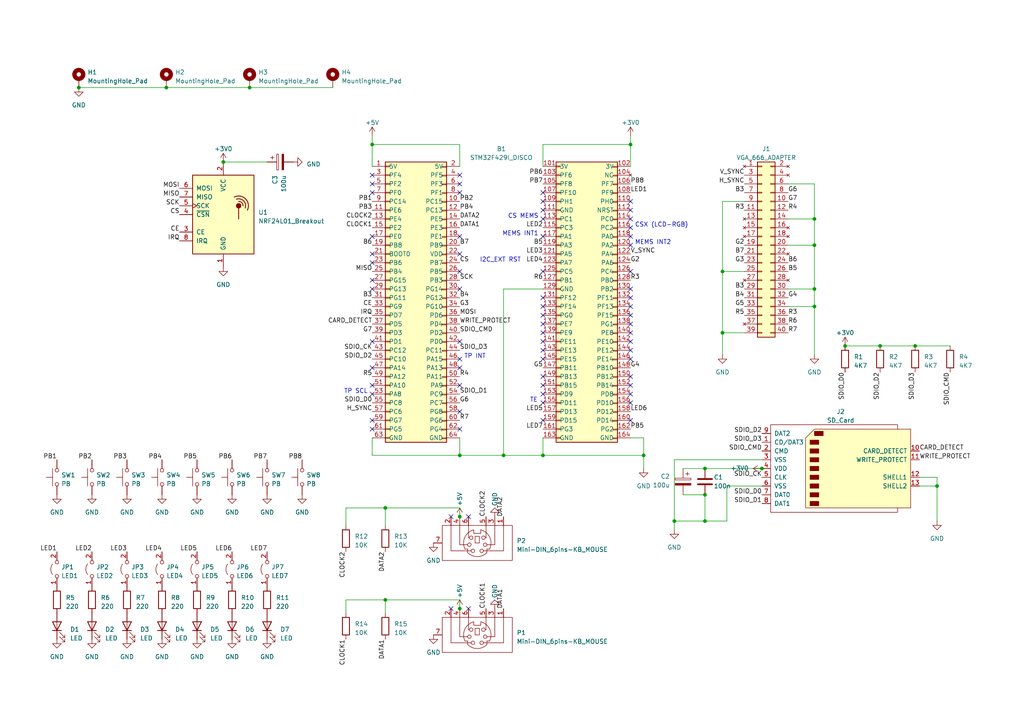
<source format=kicad_sch>
(kicad_sch (version 20230121) (generator eeschema)
  (paper "A4")
  (title_block (title "Base board for STM32F429I_DISCO Oberon station") (rev "0.2") (company "Christian Schoffit"))
  (lib_symbols
    (symbol "Connector:SD_Card" (pin_names (offset 1.016))
      (property "Reference" "J" (at -16.51 13.97 0))
      (property "Value" "SD_Card" (at 15.24 -13.97 0))
      (symbol "SD_Card_1_1"
        (pin input line (at -22.86 7.62 0) (length 2.54) (name "CD/DAT3") (number "1"))
        (pin input line (at 22.86 5.08 180) (length 2.54) (name "CARD_DETECT") (number "10"))
        (pin input line (at 22.86 2.54 180) (length 2.54) (name "WRITE_PROTECT") (number "11"))
        (pin input line (at 22.86 -2.54 180) (length 2.54) (name "SHELL1") (number "12"))
        (pin input line (at 22.86 -5.08 180) (length 2.54) (name "SHELL2") (number "13"))
        (pin input line (at -22.86 5.08 0) (length 2.54) (name "CMD") (number "2"))
        (pin power_in line (at -22.86 2.54 0) (length 2.54) (name "VSS") (number "3"))
        (pin power_in line (at -22.86 0 0) (length 2.54) (name "VDD") (number "4"))
        (pin input line (at -22.86 -2.54 0) (length 2.54) (name "CLK") (number "5"))
        (pin power_in line (at -22.86 -5.08 0) (length 2.54) (name "VSS") (number "6"))
        (pin input line (at -22.86 -7.62 0) (length 2.54) (name "DAT0") (number "7"))
        (pin input line (at -22.86 -10.16 0) (length 2.54) (name "DAT1") (number "8"))
        (pin input line (at -22.86 10.16 0) (length 2.54) (name "DAT2") (number "9"))
      )
    )
    (symbol "Device:C" (pin_numbers hide) (pin_names (offset 0.254))
      (property "Reference" "C" (at 0.635 2.54 0))
      (property "Value" "C" (at 0.635 -2.54 0))
      (symbol "C_1_1"
        (pin passive line (at 0 3.81 270) (length 2.794) (name "~") (number "1"))
        (pin passive line (at 0 -3.81 90) (length 2.794) (name "~") (number "2"))
      )
    )
    (symbol "Device:C_Polarized" (pin_numbers hide) (pin_names (offset 0.254))
      (property "Reference" "C" (at 0.635 2.54 0))
      (property "Value" "C_Polarized" (at 0.635 -2.54 0))
      (symbol "C_Polarized_1_1"
        (pin passive line (at 0 3.81 270) (length 2.794) (name "~") (number "1"))
        (pin passive line (at 0 -3.81 90) (length 2.794) (name "~") (number "2"))
      )
    )
    (symbol "Device:LED" (pin_numbers hide) (pin_names (offset 1.016) hide)
      (property "Reference" "D" (at 0 2.54 0))
      (property "Value" "LED" (at 0 -2.54 0))
      (symbol "LED_1_1"
        (pin passive line (at -3.81 0 0) (length 2.54) (name "K") (number "1"))
        (pin passive line (at 3.81 0 180) (length 2.54) (name "A") (number "2"))
      )
    )
    (symbol "Device:R" (pin_numbers hide) (pin_names (offset 0))
      (property "Reference" "R" (at 2.032 0 90))
      (property "Value" "R" (at 0 0 90))
      (symbol "R_1_1"
        (pin passive line (at 0 3.81 270) (length 1.27) (name "~") (number "1"))
        (pin passive line (at 0 -3.81 90) (length 1.27) (name "~") (number "2"))
      )
    )
    (symbol "Discovery_Board:STM32F429I_DISCO" (pin_names (offset 1.016))
      (property "Reference" "B" (at -1.27 43.18 0))
      (property "Value" "STM32F429I_DISCO" (at -1.27 40.64 0))
      (symbol "STM32F429I_DISCO_1_1"
        (pin power_out line (at -36.83 38.1 0) (length 3.81) (name "5V") (number "1"))
        (pin bidirectional line (at -11.43 27.94 180) (length 3.81) (name "PC15") (number "10"))
        (pin power_out line (at 12.7 38.1 0) (length 3.81) (name "3V") (number "101"))
        (pin power_in line (at 38.1 38.1 180) (length 3.81) (name "3V") (number "102"))
        (pin bidirectional line (at 12.7 35.56 0) (length 3.81) (name "PF6") (number "103"))
        (pin no_connect line (at 38.1 35.56 180) (length 3.81) (name "NC") (number "104"))
        (pin bidirectional line (at 12.7 33.02 0) (length 3.81) (name "PF8") (number "105"))
        (pin bidirectional line (at 38.1 33.02 180) (length 3.81) (name "PF7") (number "106"))
        (pin bidirectional line (at 12.7 30.48 0) (length 3.81) (name "PF10") (number "107"))
        (pin bidirectional line (at 38.1 30.48 180) (length 3.81) (name "PF9") (number "108"))
        (pin output line (at 12.7 27.94 0) (length 3.81) (name "PH1") (number "109"))
        (pin bidirectional line (at -36.83 25.4 0) (length 3.81) (name "PE6") (number "11"))
        (pin input line (at 38.1 27.94 180) (length 3.81) (name "PH0") (number "110"))
        (pin power_out line (at 12.7 25.4 0) (length 3.81) (name "GND") (number "111"))
        (pin input line (at 38.1 25.4 180) (length 3.81) (name "NRST") (number "112"))
        (pin bidirectional line (at 12.7 22.86 0) (length 3.81) (name "PC1") (number "113"))
        (pin bidirectional line (at 38.1 22.86 180) (length 3.81) (name "PC0") (number "114"))
        (pin bidirectional line (at 12.7 20.32 0) (length 3.81) (name "PC3") (number "115"))
        (pin bidirectional line (at 38.1 20.32 180) (length 3.81) (name "PC2") (number "116"))
        (pin bidirectional line (at 12.7 17.78 0) (length 3.81) (name "PA1") (number "117"))
        (pin bidirectional line (at 38.1 17.78 180) (length 3.81) (name "PA0") (number "118"))
        (pin bidirectional line (at 12.7 15.24 0) (length 3.81) (name "PA3") (number "119"))
        (pin bidirectional line (at -11.43 25.4 180) (length 3.81) (name "PC13") (number "12"))
        (pin bidirectional line (at 38.1 15.24 180) (length 3.81) (name "PA2") (number "120"))
        (pin bidirectional line (at 12.7 12.7 0) (length 3.81) (name "PA5") (number "121"))
        (pin bidirectional line (at 38.1 12.7 180) (length 3.81) (name "PA4") (number "122"))
        (pin bidirectional line (at 12.7 10.16 0) (length 3.81) (name "PA7") (number "123"))
        (pin bidirectional line (at 38.1 10.16 180) (length 3.81) (name "PA6") (number "124"))
        (pin bidirectional line (at 12.7 7.62 0) (length 3.81) (name "PC5") (number "125"))
        (pin bidirectional line (at 38.1 7.62 180) (length 3.81) (name "PC4") (number "126"))
        (pin bidirectional line (at 12.7 5.08 0) (length 3.81) (name "PB1") (number "127"))
        (pin bidirectional line (at 38.1 5.08 180) (length 3.81) (name "PB0") (number "128"))
        (pin power_in line (at 12.7 2.54 0) (length 3.81) (name "GND") (number "129"))
        (pin bidirectional line (at -36.83 22.86 0) (length 3.81) (name "PE4") (number "13"))
        (pin bidirectional line (at 38.1 2.54 180) (length 3.81) (name "PB2") (number "130"))
        (pin bidirectional line (at 12.7 0 0) (length 3.81) (name "PF12") (number "131"))
        (pin bidirectional line (at 38.1 0 180) (length 3.81) (name "PF11") (number "132"))
        (pin bidirectional line (at 12.7 -2.54 0) (length 3.81) (name "PF14") (number "133"))
        (pin bidirectional line (at 38.1 -2.54 180) (length 3.81) (name "PF13") (number "134"))
        (pin bidirectional line (at 12.7 -5.08 0) (length 3.81) (name "PG0") (number "135"))
        (pin bidirectional line (at 38.1 -5.08 180) (length 3.81) (name "PF15") (number "136"))
        (pin bidirectional line (at 12.7 -7.62 0) (length 3.81) (name "PE7") (number "137"))
        (pin bidirectional line (at 38.1 -7.62 180) (length 3.81) (name "PG1") (number "138"))
        (pin bidirectional line (at 12.7 -10.16 0) (length 3.81) (name "PE9") (number "139"))
        (pin bidirectional line (at -11.43 22.86 180) (length 3.81) (name "PE5") (number "14"))
        (pin bidirectional line (at 38.1 -10.16 180) (length 3.81) (name "PE8") (number "140"))
        (pin bidirectional line (at 12.7 -12.7 0) (length 3.81) (name "PE11") (number "141"))
        (pin bidirectional line (at 38.1 -12.7 180) (length 3.81) (name "PE10") (number "142"))
        (pin bidirectional line (at 12.7 -15.24 0) (length 3.81) (name "PE13") (number "143"))
        (pin bidirectional line (at 38.1 -15.24 180) (length 3.81) (name "PE12") (number "144"))
        (pin bidirectional line (at 12.7 -17.78 0) (length 3.81) (name "PE15") (number "145"))
        (pin bidirectional line (at 38.1 -17.78 180) (length 3.81) (name "PE14") (number "146"))
        (pin bidirectional line (at 12.7 -20.32 0) (length 3.81) (name "PB11") (number "147"))
        (pin bidirectional line (at 38.1 -20.32 180) (length 3.81) (name "PB10") (number "148"))
        (pin bidirectional line (at 12.7 -22.86 0) (length 3.81) (name "PB13") (number "149"))
        (pin bidirectional line (at -36.83 20.32 0) (length 3.81) (name "PE2") (number "15"))
        (pin bidirectional line (at 38.1 -22.86 180) (length 3.81) (name "PB12") (number "150"))
        (pin bidirectional line (at 12.7 -25.4 0) (length 3.81) (name "PB15") (number "151"))
        (pin bidirectional line (at 38.1 -25.4 180) (length 3.81) (name "PB14") (number "152"))
        (pin bidirectional line (at 12.7 -27.94 0) (length 3.81) (name "PD9") (number "153"))
        (pin bidirectional line (at 38.1 -27.94 180) (length 3.81) (name "PD8") (number "154"))
        (pin bidirectional line (at 12.7 -30.48 0) (length 3.81) (name "PD11") (number "155"))
        (pin bidirectional line (at 38.1 -30.48 180) (length 3.81) (name "PD10") (number "156"))
        (pin bidirectional line (at 12.7 -33.02 0) (length 3.81) (name "PD13") (number "157"))
        (pin bidirectional line (at 38.1 -33.02 180) (length 3.81) (name "PD12") (number "158"))
        (pin bidirectional line (at 12.7 -35.56 0) (length 3.81) (name "PD15") (number "159"))
        (pin bidirectional line (at -11.43 20.32 180) (length 3.81) (name "PE3") (number "16"))
        (pin bidirectional line (at 38.1 -35.56 180) (length 3.81) (name "PD14") (number "160"))
        (pin bidirectional line (at 12.7 -38.1 0) (length 3.81) (name "PG3") (number "161"))
        (pin bidirectional line (at 38.1 -38.1 180) (length 3.81) (name "PG2") (number "162"))
        (pin power_in line (at 12.7 -40.64 0) (length 3.81) (name "GND") (number "163"))
        (pin power_in line (at 38.1 -40.64 180) (length 3.81) (name "GND") (number "164"))
        (pin bidirectional line (at -36.83 17.78 0) (length 3.81) (name "PE0") (number "17"))
        (pin bidirectional line (at -11.43 17.78 180) (length 3.81) (name "PE1") (number "18"))
        (pin bidirectional line (at -36.83 15.24 0) (length 3.81) (name "PB8") (number "19"))
        (pin power_in line (at -11.43 38.1 180) (length 3.81) (name "5V") (number "2"))
        (pin bidirectional line (at -11.43 15.24 180) (length 3.81) (name "PB9") (number "20"))
        (pin input line (at -36.83 12.7 0) (length 3.81) (name "BOOT0") (number "21"))
        (pin power_out line (at -11.43 12.7 180) (length 3.81) (name "VDD") (number "22"))
        (pin bidirectional line (at -36.83 10.16 0) (length 3.81) (name "PB6") (number "23"))
        (pin bidirectional line (at -11.43 10.16 180) (length 3.81) (name "PB7") (number "24"))
        (pin passive line (at -36.83 7.62 0) (length 3.81) (name "PB4") (number "25"))
        (pin bidirectional line (at -11.43 7.62 180) (length 3.81) (name "PB5") (number "26"))
        (pin bidirectional line (at -36.83 5.08 0) (length 3.81) (name "PG15") (number "27"))
        (pin bidirectional line (at -11.43 5.08 180) (length 3.81) (name "PB3") (number "28"))
        (pin bidirectional line (at -36.83 2.54 0) (length 3.81) (name "PG13") (number "29"))
        (pin bidirectional line (at -36.83 35.56 0) (length 3.81) (name "PF4") (number "3"))
        (pin bidirectional line (at -11.43 2.54 180) (length 3.81) (name "PG14") (number "30"))
        (pin bidirectional line (at -36.83 0 0) (length 3.81) (name "PG11") (number "31"))
        (pin bidirectional line (at -11.43 0 180) (length 3.81) (name "PG12") (number "32"))
        (pin bidirectional line (at -36.83 -2.54 0) (length 3.81) (name "PG9") (number "33"))
        (pin bidirectional line (at -11.43 -2.54 180) (length 3.81) (name "PG10") (number "34"))
        (pin bidirectional line (at -36.83 -5.08 0) (length 3.81) (name "PD7") (number "35"))
        (pin bidirectional line (at -11.43 -5.08 180) (length 3.81) (name "PD6") (number "36"))
        (pin bidirectional line (at -36.83 -7.62 0) (length 3.81) (name "PD5") (number "37"))
        (pin bidirectional line (at -11.43 -7.62 180) (length 3.81) (name "PD4") (number "38"))
        (pin bidirectional line (at -36.83 -10.16 0) (length 3.81) (name "PD3") (number "39"))
        (pin bidirectional line (at -11.43 35.56 180) (length 3.81) (name "PF5") (number "4"))
        (pin bidirectional line (at -11.43 -10.16 180) (length 3.81) (name "PD2") (number "40"))
        (pin bidirectional line (at -36.83 -12.7 0) (length 3.81) (name "PD1") (number "41"))
        (pin bidirectional line (at -11.43 -12.7 180) (length 3.81) (name "PD0") (number "42"))
        (pin bidirectional line (at -36.83 -15.24 0) (length 3.81) (name "PC12") (number "43"))
        (pin bidirectional line (at -11.43 -15.24 180) (length 3.81) (name "PC11") (number "44"))
        (pin bidirectional line (at -36.83 -17.78 0) (length 3.81) (name "PC10") (number "45"))
        (pin bidirectional line (at -11.43 -17.78 180) (length 3.81) (name "PA15") (number "46"))
        (pin bidirectional line (at -36.83 -20.32 0) (length 3.81) (name "PA14") (number "47"))
        (pin bidirectional line (at -11.43 -20.32 180) (length 3.81) (name "PA13") (number "48"))
        (pin bidirectional line (at -36.83 -22.86 0) (length 3.81) (name "PA12") (number "49"))
        (pin bidirectional line (at -36.83 33.02 0) (length 3.81) (name "PF2") (number "5"))
        (pin bidirectional line (at -11.43 -22.86 180) (length 3.81) (name "PA11") (number "50"))
        (pin bidirectional line (at -36.83 -25.4 0) (length 3.81) (name "PA10") (number "51"))
        (pin bidirectional line (at -11.43 -25.4 180) (length 3.81) (name "PA9") (number "52"))
        (pin bidirectional line (at -36.83 -27.94 0) (length 3.81) (name "PA8") (number "53"))
        (pin bidirectional line (at -11.43 -27.94 180) (length 3.81) (name "PC9") (number "54"))
        (pin bidirectional line (at -36.83 -30.48 0) (length 3.81) (name "PC8") (number "55"))
        (pin bidirectional line (at -11.43 -30.48 180) (length 3.81) (name "PC7") (number "56"))
        (pin bidirectional line (at -36.83 -33.02 0) (length 3.81) (name "PC6") (number "57"))
        (pin bidirectional line (at -11.43 -33.02 180) (length 3.81) (name "PG8") (number "58"))
        (pin bidirectional line (at -36.83 -35.56 0) (length 3.81) (name "PG7") (number "59"))
        (pin bidirectional line (at -11.43 33.02 180) (length 3.81) (name "PF3") (number "6"))
        (pin bidirectional line (at -11.43 -35.56 180) (length 3.81) (name "PG6") (number "60"))
        (pin bidirectional line (at -36.83 -38.1 0) (length 3.81) (name "PG5") (number "61"))
        (pin bidirectional line (at -11.43 -38.1 180) (length 3.81) (name "PG4") (number "62"))
        (pin power_out line (at -36.83 -40.64 0) (length 3.81) (name "GND") (number "63"))
        (pin power_in line (at -11.43 -40.64 180) (length 3.81) (name "GND") (number "64"))
        (pin bidirectional line (at -36.83 30.48 0) (length 3.81) (name "PF0") (number "7"))
        (pin bidirectional line (at -11.43 30.48 180) (length 3.81) (name "PF1") (number "8"))
        (pin bidirectional line (at -36.83 27.94 0) (length 3.81) (name "PC14") (number "9"))
      )
    )
    (symbol "Jumper:Jumper_2_Open" (pin_names (offset 0) hide)
      (property "Reference" "JP" (at 0 2.794 0))
      (property "Value" "Jumper_2_Open" (at 0 -2.286 0))
      (symbol "Jumper_2_Open_1_1"
        (pin passive line (at -5.08 0 0) (length 2.54) (name "A") (number "1"))
        (pin passive line (at 5.08 0 180) (length 2.54) (name "B") (number "2"))
      )
    )
    (symbol "Mechanical:MountingHole_Pad" (pin_numbers hide) (pin_names (offset 1.016) hide)
      (property "Reference" "H" (at 0 6.35 0))
      (property "Value" "MountingHole_Pad" (at 0 4.445 0))
      (symbol "MountingHole_Pad_1_1"
        (pin input line (at 0 -2.54 90) (length 2.54) (name "1") (number "1"))
      )
    )
    (symbol "Module_VGA: VGA 666 adapter for Raspberry PI +" (pin_names (offset -22.86) hide)
      (property "Reference" "J" (at 1.27 25.4 0))
      (property "Value" "VGA_666_ADAPTER" (at 1.27 -27.94 0))
      (symbol " VGA 666 adapter for Raspberry PI +_1_1"
        (pin no_connect line (at -5.08 22.86 0) (length 3.81) (name "3V3") (number "1"))
        (pin passive line (at 7.62 12.7 180) (length 3.81) (name "G7") (number "10"))
        (pin passive line (at -5.08 10.16 0) (length 3.81) (name "R3") (number "11"))
        (pin passive line (at 7.62 10.16 180) (length 3.81) (name "R4") (number "12"))
        (pin no_connect line (at -5.08 7.62 0) (length 3.81) (name "NC") (number "13"))
        (pin power_in line (at 7.62 7.62 180) (length 3.81) (name "GND") (number "14"))
        (pin no_connect line (at -5.08 5.08 0) (length 3.81) (name "NC") (number "15"))
        (pin no_connect line (at 7.62 5.08 180) (length 3.81) (name "NC") (number "16"))
        (pin no_connect line (at -5.08 2.54 0) (length 3.81) (name "3V3") (number "17"))
        (pin no_connect line (at 7.62 2.54 180) (length 3.81) (name "NC") (number "18"))
        (pin passive line (at -5.08 0 0) (length 3.81) (name "G2") (number "19"))
        (pin no_connect line (at 7.62 22.86 180) (length 3.81) (name "5V") (number "2"))
        (pin power_in line (at 7.62 0 180) (length 3.81) (name "GND") (number "20"))
        (pin passive line (at -5.08 -2.54 0) (length 3.81) (name "B7") (number "21"))
        (pin no_connect line (at 7.62 -2.54 180) (length 3.81) (name "NC") (number "22"))
        (pin passive line (at -5.08 -5.08 0) (length 3.81) (name "G3") (number "23"))
        (pin passive line (at 7.62 -5.08 180) (length 3.81) (name "B6") (number "24"))
        (pin power_in line (at -5.08 -7.62 0) (length 3.81) (name "GND") (number "25"))
        (pin passive line (at 7.62 -7.62 180) (length 3.81) (name "B5") (number "26"))
        (pin no_connect line (at -5.08 -10.16 0) (length 3.81) (name "IDD") (number "27"))
        (pin no_connect line (at 7.62 -10.16 180) (length 3.81) (name "IDC") (number "28"))
        (pin passive line (at -5.08 -12.7 0) (length 3.81) (name "B3") (number "29"))
        (pin passive line (at -5.08 20.32 0) (length 3.81) (name "V_SYNCH") (number "3"))
        (pin power_in line (at 7.62 -12.7 180) (length 3.81) (name "GND") (number "30"))
        (pin passive line (at -5.08 -15.24 0) (length 3.81) (name "B4") (number "31"))
        (pin passive line (at 7.62 -15.24 180) (length 3.81) (name "G4") (number "32"))
        (pin passive line (at -5.08 -17.78 0) (length 3.81) (name "G5") (number "33"))
        (pin power_in line (at 7.62 -17.78 180) (length 3.81) (name "GND") (number "34"))
        (pin passive line (at -5.08 -20.32 0) (length 3.81) (name "R5") (number "35"))
        (pin passive line (at 7.62 -20.32 180) (length 3.81) (name "R2") (number "36"))
        (pin no_connect line (at -5.08 -22.86 0) (length 3.81) (name "NC") (number "37"))
        (pin passive line (at 7.62 -22.86 180) (length 3.81) (name "R6") (number "38"))
        (pin power_in line (at -5.08 -25.4 0) (length 3.81) (name "GND") (number "39"))
        (pin no_connect line (at 7.62 20.32 180) (length 3.81) (name "5V") (number "4"))
        (pin passive line (at 7.62 -25.4 180) (length 3.81) (name "R7") (number "40"))
        (pin passive line (at -5.08 17.78 0) (length 3.81) (name "H_SYNC") (number "5"))
        (pin power_in line (at 7.62 17.78 180) (length 3.81) (name "GND") (number "6"))
        (pin passive line (at -5.08 15.24 0) (length 3.81) (name "B2") (number "7"))
        (pin passive line (at 7.62 15.24 180) (length 3.81) (name "G6") (number "8"))
        (pin power_in line (at -5.08 12.7 0) (length 3.81) (name "GND") (number "9"))
      )
    )
    (symbol "PS2:Mini-DIN_6pins-Mini_din" (pin_names (offset 1.016) hide)
      (property "Reference" "P" (at 0 10.16 0))
      (property "Value" "Mini-DIN_6pins-Mini_din" (at 0 -7.62 0))
      (symbol "Mini-DIN_6pins-Mini_din_1_1"
        (pin passive line (at 7.62 7.62 270) (length 2.54) (name "1") (number "1"))
        (pin passive line (at -7.62 7.62 270) (length 2.54) (name "2") (number "2"))
        (pin passive line (at 5.08 7.62 270) (length 2.54) (name "3") (number "3"))
        (pin passive line (at -5.08 7.62 270) (length 2.54) (name "4") (number "4"))
        (pin passive line (at 2.54 7.62 270) (length 2.54) (name "5") (number "5"))
        (pin passive line (at -2.54 7.62 270) (length 2.54) (name "~") (number "6"))
        (pin passive line (at -12.7 0 0) (length 2.54) (name "Shell") (number "7"))
      )
    )
    (symbol "RF:NRF24L01_Breakout" (pin_names (offset 1.016))
      (property "Reference" "U" (at -8.89 12.7 0))
      (property "Value" "NRF24L01_Breakout" (at 3.81 12.7 0))
      (symbol "NRF24L01_Breakout_1_1"
        (pin power_in line (at 0 -15.24 90) (length 3.81) (name "GND") (number "1"))
        (pin power_in line (at 0 15.24 270) (length 3.81) (name "VCC") (number "2"))
        (pin input line (at -12.7 -5.08 0) (length 3.81) (name "CE") (number "3"))
        (pin input line (at -12.7 0 0) (length 3.81) (name "~{CSN}") (number "4"))
        (pin input clock (at -12.7 2.54 0) (length 3.81) (name "SCK") (number "5"))
        (pin input line (at -12.7 7.62 0) (length 3.81) (name "MOSI") (number "6"))
        (pin output line (at -12.7 5.08 0) (length 3.81) (name "MISO") (number "7"))
        (pin output line (at -12.7 -7.62 0) (length 3.81) (name "IRQ") (number "8"))
      )
    )
    (symbol "Switch:SW_Push" (pin_numbers hide) (pin_names (offset 1.016) hide)
      (property "Reference" "SW" (at 1.27 2.54 0))
      (property "Value" "SW_Push" (at 0 -1.524 0))
      (symbol "SW_Push_0_1"
        (pin passive line (at -5.08 0 0) (length 2.54) (name "1") (number "1"))
        (pin passive line (at 5.08 0 180) (length 2.54) (name "2") (number "2"))
      )
    )
    (symbol "power:+3V0" (power) (pin_names (offset 0))
      (property "Value" "+3V0" (at 0 3.556 0))
      (symbol "+3V0_1_1"
        (pin power_in line (at 0 0 90) (length 0) hide (name "+3V0") (number "1"))
      )
    )
    (symbol "power:+5V" (power) (pin_names (offset 0))
      (property "Value" "+5V" (at 0 3.556 0))
      (symbol "+5V_1_1"
        (pin power_in line (at 0 0 90) (length 0) hide (name "+5V") (number "1"))
      )
    )
    (symbol "power:GND" (power) (pin_names (offset 0))
      (property "Value" "GND" (at 0 -3.81 0))
      (symbol "GND_1_1"
        (pin power_in line (at 0 0 270) (length 0) hide (name "GND") (number "1"))
      )
    )
  )
  (junction (at 245.11 100.33))
  (junction (at 236.22 83.82))
  (junction (at 195.58 151.13))
  (junction (at 107.95 41.91))
  (junction (at 255.27 100.33))
  (junction (at 209.55 96.52))
  (junction (at 157.48 132.08))
  (junction (at 48.26 25.4))
  (junction (at 133.35 149.86))
  (junction (at 64.77 46.99))
  (junction (at 204.47 135.89))
  (junction (at 111.76 147.32))
  (junction (at 111.76 173.99))
  (junction (at 182.88 41.91))
  (junction (at 22.86 25.4))
  (junction (at 265.43 100.33))
  (junction (at 204.47 143.51))
  (junction (at 236.22 63.5))
  (junction (at 146.05 132.08))
  (junction (at 236.22 88.9))
  (junction (at 271.78 140.97))
  (junction (at 204.47 151.13))
  (junction (at 220.98 135.89))
  (junction (at 186.69 132.08))
  (junction (at 72.39 25.4))
  (junction (at 209.55 78.74))
  (junction (at 236.22 71.12))
  (junction (at 133.35 132.08))
  (junction (at 133.35 176.53))
  (no_connect (at 107.95 81.28))
  (no_connect (at 135.89 149.86))
  (no_connect (at 157.48 78.74))
  (no_connect (at 133.35 106.68))
  (no_connect (at 133.35 104.14))
  (no_connect (at 157.48 99.06))
  (no_connect (at 157.48 111.76))
  (no_connect (at 130.81 176.53))
  (no_connect (at 157.48 116.84))
  (no_connect (at 157.48 121.92))
  (no_connect (at 182.88 60.96))
  (no_connect (at 157.48 109.22))
  (no_connect (at 133.35 83.82))
  (no_connect (at 157.48 101.6))
  (no_connect (at 133.35 111.76))
  (no_connect (at 157.48 96.52))
  (no_connect (at 182.88 58.42))
  (no_connect (at 182.88 88.9))
  (no_connect (at 157.48 114.3))
  (no_connect (at 182.88 91.44))
  (no_connect (at 182.88 111.76))
  (no_connect (at 157.48 58.42))
  (no_connect (at 157.48 63.5))
  (no_connect (at 182.88 116.84))
  (no_connect (at 182.88 83.82))
  (no_connect (at 182.88 63.5))
  (no_connect (at 157.48 104.14))
  (no_connect (at 107.95 50.8))
  (no_connect (at 133.35 99.06))
  (no_connect (at 182.88 71.12))
  (no_connect (at 107.95 106.68))
  (no_connect (at 133.35 50.8))
  (no_connect (at 130.81 149.86))
  (no_connect (at 107.95 124.46))
  (no_connect (at 133.35 73.66))
  (no_connect (at 182.88 66.04))
  (no_connect (at 182.88 78.74))
  (no_connect (at 157.48 68.58))
  (no_connect (at 107.95 111.76))
  (no_connect (at 182.88 68.58))
  (no_connect (at 133.35 124.46))
  (no_connect (at 157.48 60.96))
  (no_connect (at 133.35 55.88))
  (no_connect (at 107.95 55.88))
  (no_connect (at 157.48 93.98))
  (no_connect (at 107.95 83.82))
  (no_connect (at 133.35 68.58))
  (no_connect (at 107.95 76.2))
  (no_connect (at 135.89 176.53))
  (no_connect (at 133.35 53.34))
  (no_connect (at 107.95 53.34))
  (no_connect (at 107.95 73.66))
  (no_connect (at 182.88 96.52))
  (no_connect (at 157.48 86.36))
  (no_connect (at 182.88 114.3))
  (no_connect (at 133.35 78.74))
  (no_connect (at 182.88 104.14))
  (no_connect (at 157.48 91.44))
  (no_connect (at 157.48 88.9))
  (no_connect (at 157.48 55.88))
  (no_connect (at 182.88 99.06))
  (no_connect (at 182.88 101.6))
  (no_connect (at 107.95 114.3))
  (no_connect (at 107.95 99.06))
  (no_connect (at 182.88 93.98))
  (no_connect (at 182.88 121.92))
  (no_connect (at 182.88 109.22))
  (no_connect (at 107.95 121.92))
  (no_connect (at 182.88 86.36))
  (no_connect (at 107.95 68.58))
  (no_connect (at 133.35 119.38))
  (wire (pts (xy 22.86 25.4) (xy 48.26 25.4)))
  (wire (pts (xy 100.33 173.99) (xy 100.33 177.8)))
  (wire (pts (xy 48.26 25.4) (xy 72.39 25.4)))
  (wire (pts (xy 210.82 151.13) (xy 204.47 151.13)))
  (wire (pts (xy 198.12 143.51) (xy 204.47 143.51)))
  (wire (pts (xy 133.35 48.26) (xy 133.35 41.91)))
  (wire (pts (xy 195.58 151.13) (xy 195.58 153.67)))
  (wire (pts (xy 204.47 143.51) (xy 204.47 151.13)))
  (wire (pts (xy 236.22 63.5) (xy 236.22 71.12)))
  (wire (pts (xy 146.05 132.08) (xy 157.48 132.08)))
  (wire (pts (xy 107.95 41.91) (xy 107.95 48.26)))
  (wire (pts (xy 72.39 25.4) (xy 96.52 25.4)))
  (wire (pts (xy 266.7 138.43) (xy 271.78 138.43)))
  (wire (pts (xy 271.78 138.43) (xy 271.78 140.97)))
  (wire (pts (xy 157.48 83.82) (xy 146.05 83.82)))
  (wire (pts (xy 228.6 53.34) (xy 236.22 53.34)))
  (wire (pts (xy 64.77 46.99) (xy 77.47 46.99)))
  (wire (pts (xy 133.35 149.86) (xy 133.35 147.32)))
  (wire (pts (xy 107.95 39.37) (xy 107.95 41.91)))
  (wire (pts (xy 195.58 133.35) (xy 195.58 151.13)))
  (wire (pts (xy 236.22 71.12) (xy 236.22 83.82)))
  (wire (pts (xy 133.35 127) (xy 133.35 132.08)))
  (wire (pts (xy 236.22 83.82) (xy 236.22 88.9)))
  (wire (pts (xy 271.78 140.97) (xy 271.78 151.13)))
  (wire (pts (xy 133.35 173.99) (xy 111.76 173.99)))
  (wire (pts (xy 111.76 147.32) (xy 111.76 152.4)))
  (wire (pts (xy 107.95 132.08) (xy 133.35 132.08)))
  (wire (pts (xy 186.69 132.08) (xy 186.69 135.89)))
  (wire (pts (xy 182.88 41.91) (xy 182.88 48.26)))
  (wire (pts (xy 266.7 140.97) (xy 271.78 140.97)))
  (wire (pts (xy 228.6 83.82) (xy 236.22 83.82)))
  (wire (pts (xy 111.76 173.99) (xy 100.33 173.99)))
  (wire (pts (xy 228.6 71.12) (xy 236.22 71.12)))
  (wire (pts (xy 236.22 88.9) (xy 236.22 102.87)))
  (wire (pts (xy 204.47 151.13) (xy 195.58 151.13)))
  (wire (pts (xy 133.35 176.53) (xy 133.35 173.99)))
  (wire (pts (xy 209.55 96.52) (xy 209.55 102.87)))
  (wire (pts (xy 209.55 58.42) (xy 215.9 58.42)))
  (wire (pts (xy 157.48 41.91) (xy 182.88 41.91)))
  (wire (pts (xy 255.27 100.33) (xy 265.43 100.33)))
  (wire (pts (xy 182.88 127) (xy 186.69 127)))
  (wire (pts (xy 133.35 132.08) (xy 146.05 132.08)))
  (wire (pts (xy 236.22 53.34) (xy 236.22 63.5)))
  (wire (pts (xy 198.12 135.89) (xy 204.47 135.89)))
  (wire (pts (xy 182.88 39.37) (xy 182.88 41.91)))
  (wire (pts (xy 220.98 140.97) (xy 210.82 140.97)))
  (wire (pts (xy 157.48 48.26) (xy 157.48 41.91)))
  (wire (pts (xy 100.33 147.32) (xy 100.33 152.4)))
  (wire (pts (xy 186.69 127) (xy 186.69 132.08)))
  (wire (pts (xy 133.35 41.91) (xy 107.95 41.91)))
  (wire (pts (xy 107.95 127) (xy 107.95 132.08)))
  (wire (pts (xy 220.98 133.35) (xy 195.58 133.35)))
  (wire (pts (xy 157.48 132.08) (xy 186.69 132.08)))
  (wire (pts (xy 111.76 147.32) (xy 100.33 147.32)))
  (wire (pts (xy 210.82 140.97) (xy 210.82 151.13)))
  (wire (pts (xy 265.43 100.33) (xy 275.59 100.33)))
  (wire (pts (xy 209.55 78.74) (xy 209.55 96.52)))
  (wire (pts (xy 209.55 78.74) (xy 215.9 78.74)))
  (wire (pts (xy 133.35 147.32) (xy 111.76 147.32)))
  (wire (pts (xy 209.55 96.52) (xy 215.9 96.52)))
  (wire (pts (xy 209.55 58.42) (xy 209.55 78.74)))
  (wire (pts (xy 228.6 88.9) (xy 236.22 88.9)))
  (wire (pts (xy 146.05 83.82) (xy 146.05 132.08)))
  (wire (pts (xy 228.6 63.5) (xy 236.22 63.5)))
  (wire (pts (xy 245.11 100.33) (xy 255.27 100.33)))
  (wire (pts (xy 111.76 173.99) (xy 111.76 177.8)))
  (wire (pts (xy 157.48 127) (xy 157.48 132.08)))
  (wire (pts (xy 204.47 135.89) (xy 220.98 135.89)))
  (text "MEMS INT1" (at 156.21 68.58 0) (effects (font (size 1.27 1.27)) (justify right bottom)))
  (text "TP INT" (at 134.62 104.14 0) (effects (font (size 1.27 1.27)) (justify left bottom)))
  (text "TP SCL" (at 106.68 114.3 0) (effects (font (size 1.27 1.27)) (justify right bottom)))
  (text "I2C_EXT RST" (at 151.13 76.2 0) (effects (font (size 1.27 1.27)) (justify right bottom)))
  (text "CSX (LCD-RGB)" (at 184.15 66.04 0) (effects (font (size 1.27 1.27)) (justify left bottom)))
  (text "CS MEMS" (at 156.21 63.5 0) (effects (font (size 1.27 1.27)) (justify right bottom)))
  (text "TE" (at 153.67 116.84 0) (effects (font (size 1.27 1.27)) (justify left bottom)))
  (text "MEMS INT2" (at 184.15 71.12 0) (effects (font (size 1.27 1.27)) (justify left bottom)))
  (label "G5" (at 215.9 88.9 180))
  (label "B7" (at 133.35 71.12 0))
  (label "SDIO_D2" (at 255.27 107.95 270))
  (label "R3" (at 228.6 91.44 0))
  (label "B4" (at 215.9 86.36 180))
  (label "LED7" (at 77.47 160.02 180))
  (label "G6" (at 228.6 55.88 0))
  (label "SDIO_D3" (at 133.35 101.6 0))
  (label "PB2" (at 26.67 133.35 180))
  (label "R5" (at 215.9 91.44 180))
  (label "SDIO_D1" (at 220.98 146.05 180))
  (label "LED3" (at 157.48 73.66 180))
  (label "SDIO_D1" (at 133.35 114.3 0))
  (label "G4" (at 228.6 86.36 0))
  (label "PB5" (at 57.15 133.35 180))
  (label "SCK" (at 133.35 81.28 0))
  (label "IRQ" (at 107.95 91.44 180))
  (label "CARD_DETECT" (at 107.95 93.98 180))
  (label "CE" (at 52.07 67.31 180))
  (label "CARD_DETECT" (at 266.7 130.81 0))
  (label "PB2" (at 133.35 58.42 0))
  (label "DATA2" (at 146.05 149.86 90))
  (label "SDIO_CMD" (at 275.59 107.95 270))
  (label "B3" (at 215.9 83.82 180))
  (label "CLOCK1" (at 100.33 185.42 270))
  (label "CLOCK2" (at 100.33 160.02 270))
  (label "R7" (at 133.35 121.92 0))
  (label "G4" (at 182.88 106.68 0))
  (label "G2" (at 182.88 76.2 0))
  (label "WRITE_PROTECT" (at 133.35 93.98 0))
  (label "R6" (at 228.6 93.98 0))
  (label "CS" (at 52.07 62.23 180))
  (label "SDIO_D2" (at 220.98 125.73 180))
  (label "PB6" (at 157.48 50.8 180))
  (label "LED2" (at 26.67 160.02 180))
  (label "PB8" (at 87.63 133.35 180))
  (label "PB1" (at 16.51 133.35 180))
  (label "MOSI" (at 52.07 54.61 180))
  (label "B3" (at 215.9 55.88 180))
  (label "B5" (at 157.48 71.12 180))
  (label "SDIO_CMD" (at 133.35 96.52 0))
  (label "MISO" (at 52.07 57.15 180))
  (label "SDIO_D0" (at 107.95 116.84 180))
  (label "DATA1" (at 133.35 66.04 0))
  (label "G7" (at 228.6 58.42 0))
  (label "PB4" (at 133.35 60.96 0))
  (label "SDIO_D3" (at 265.43 107.95 270))
  (label "SDIO_CK" (at 220.98 138.43 180))
  (label "LED4" (at 157.48 76.2 180))
  (label "DATA2" (at 111.76 160.02 270))
  (label "SDIO_D3" (at 220.98 128.27 180))
  (label "LED3" (at 36.83 160.02 180))
  (label "R5" (at 107.95 109.22 180))
  (label "LED6" (at 67.31 160.02 180))
  (label "G2" (at 215.9 71.12 180))
  (label "B6" (at 107.95 71.12 180))
  (label "CLOCK2" (at 107.95 63.5 180))
  (label "B5" (at 228.6 78.74 0))
  (label "DATA2" (at 133.35 63.5 0))
  (label "B4" (at 133.35 86.36 0))
  (label "PB1" (at 107.95 58.42 180))
  (label "CLOCK1" (at 107.95 66.04 180))
  (label "LED1" (at 182.88 55.88 0))
  (label "H_SYNC" (at 107.95 119.38 180))
  (label "DATA1" (at 111.76 185.42 270))
  (label "CLOCK1" (at 140.97 176.53 90))
  (label "V_SYNC" (at 182.88 73.66 0))
  (label "B3" (at 107.95 86.36 180))
  (label "B6" (at 228.6 76.2 0))
  (label "PB7" (at 157.48 53.34 180))
  (label "LED7" (at 157.48 124.46 180))
  (label "CLOCK2" (at 140.97 149.86 90))
  (label "WRITE_PROTECT" (at 266.7 133.35 0))
  (label "PB7" (at 77.47 133.35 180))
  (label "PB8" (at 182.88 53.34 0))
  (label "B7" (at 215.9 73.66 180))
  (label "LED5" (at 57.15 160.02 180))
  (label "R6" (at 157.48 81.28 180))
  (label "SDIO_D0" (at 245.11 107.95 270))
  (label "PB5" (at 182.88 124.46 0))
  (label "LED4" (at 46.99 160.02 180))
  (label "R4" (at 228.6 60.96 0))
  (label "G3" (at 215.9 76.2 180))
  (label "R3" (at 182.88 81.28 0))
  (label "LED1" (at 16.51 160.02 180))
  (label "MOSI" (at 133.35 91.44 0))
  (label "G6" (at 133.35 116.84 0))
  (label "G3" (at 133.35 88.9 0))
  (label "CS" (at 133.35 76.2 0))
  (label "LED5" (at 157.48 119.38 180))
  (label "PB6" (at 67.31 133.35 180))
  (label "R3" (at 215.9 60.96 180))
  (label "SDIO_D0" (at 220.98 143.51 180))
  (label "DATA1" (at 146.05 176.53 90))
  (label "PB4" (at 46.99 133.35 180))
  (label "G7" (at 107.95 96.52 180))
  (label "SDIO_CMD" (at 220.98 130.81 180))
  (label "V_SYNC" (at 215.9 50.8 180))
  (label "H_SYNC" (at 215.9 53.34 180))
  (label "CE" (at 107.95 88.9 180))
  (label "SDIO_CK" (at 107.95 101.6 180))
  (label "IRQ" (at 52.07 69.85 180))
  (label "PB3" (at 107.95 60.96 180))
  (label "LED6" (at 182.88 119.38 0))
  (label "SCK" (at 52.07 59.69 180))
  (label "SDIO_D2" (at 107.95 104.14 180))
  (label "LED2" (at 157.48 66.04 180))
  (label "R4" (at 133.35 109.22 0))
  (label "PB3" (at 36.83 133.35 180))
  (label "R7" (at 228.6 96.52 0))
  (label "MISO" (at 107.95 78.74 180))
  (label "G5" (at 157.48 106.68 180))
  (symbol (lib_id "power:+5V") (at 133.35 149.86 0) (unit 1)
    (property "Reference" "#PWR014" (effects hide))
    (property "Value" "+5V" (at 133.35 144.78 90))
  )
  (symbol (lib_id "Device:LED") (at 77.47 181.61 90) (unit 1)
    (property "Reference" "D7" (at 81.28 182.5625 90) (effects (justify right)))
    (property "Value" "LED" (at 81.28 185.1025 90) (effects (justify right)))
    (property "Footprint" "LED_THT:LED_D3.0mm" (effects hide))
  )
  (symbol (lib_id "Switch:SW_Push") (at 26.67 138.43 90) (unit 1)
    (property "Reference" "SW2" (at 27.94 137.795 90) (effects (justify right)))
    (property "Value" "PB" (at 27.94 140.335 90) (effects (justify right)))
    (property "Footprint" "Button_Switch_THT:SW_PUSH_6mm" (effects hide))
  )
  (symbol (lib_id "Device:R") (at 265.43 104.14 0) (unit 1)
    (property "Reference" "R3" (at 267.97 103.505 0) (effects (justify left)))
    (property "Value" "4K7" (at 267.97 106.045 0) (effects (justify left)))
    (property "Footprint" "Resistor_THT:R_Axial_DIN0207_L6.3mm_D2.5mm_P10.16mm_Horizontal" (effects hide))
  )
  (symbol (lib_id "power:GND") (at 125.73 157.48 0) (unit 1)
    (property "Reference" "#PWR013" (effects hide))
    (property "Value" "GND" (at 125.73 162.56 0))
  )
  (symbol (lib_id "RF:NRF24L01_Breakout") (at 64.77 62.23 0) (unit 1)
    (property "Reference" "U1" (at 74.93 61.595 0) (effects (justify left)))
    (property "Value" "NRF24L01_Breakout" (at 74.93 64.135 0) (effects (justify left)))
    (property "Footprint" "RF_Module:nRF24L01_Breakout" (effects hide))
    (property "Datasheet" "http://www.nordicsemi.com/eng/content/download/2730/34105/file/nRF24L01_Product_Specification_v2_0.pdf" (effects hide))
  )
  (symbol (lib_id "power:+3V0") (at 64.77 46.99 0) (unit 1)
    (property "Reference" "#PWR017" (effects hide))
    (property "Value" "+3V0" (at 64.77 43.18 0))
  )
  (symbol (lib_id "Device:R") (at 111.76 156.21 0) (unit 1)
    (property "Reference" "R13" (at 114.3 155.575 0) (effects (justify left)))
    (property "Value" "10K" (at 114.3 158.115 0) (effects (justify left)))
    (property "Footprint" "Resistor_THT:R_Axial_DIN0207_L6.3mm_D2.5mm_P10.16mm_Horizontal" (effects hide))
  )
  (symbol (lib_id "Switch:SW_Push") (at 46.99 138.43 90) (unit 1)
    (property "Reference" "SW4" (at 48.26 137.795 90) (effects (justify right)))
    (property "Value" "PB" (at 48.26 140.335 90) (effects (justify right)))
    (property "Footprint" "Button_Switch_THT:SW_PUSH_6mm" (effects hide))
  )
  (symbol (lib_id "power:+3V0") (at 245.11 100.33 0) (unit 1)
    (property "Reference" "#PWR09" (effects hide))
    (property "Value" "+3V0" (at 245.11 96.52 0))
  )
  (symbol (lib_id "power:GND") (at 26.67 143.51 0) (unit 1)
    (property "Reference" "#PWR027" (effects hide))
    (property "Value" "GND" (at 26.67 148.59 0))
  )
  (symbol (lib_id "Device:LED") (at 67.31 181.61 90) (unit 1)
    (property "Reference" "D6" (at 71.12 182.5625 90) (effects (justify right)))
    (property "Value" "LED" (at 71.12 185.1025 90) (effects (justify right)))
    (property "Footprint" "LED_THT:LED_D3.0mm" (effects hide))
  )
  (symbol (lib_id "Jumper:Jumper_2_Open") (at 67.31 165.1 90) (unit 1)
    (property "Reference" "JP6" (at 68.58 164.465 90) (effects (justify right)))
    (property "Value" "LED6" (at 68.58 167.005 90) (effects (justify right)))
    (property "Footprint" "TestPoint:TestPoint_2Pads_Pitch2.54mm_Drill0.8mm" (effects hide))
  )
  (symbol (lib_id "Device:R") (at 100.33 181.61 0) (unit 1)
    (property "Reference" "R14" (at 102.87 180.975 0) (effects (justify left)))
    (property "Value" "10K" (at 102.87 183.515 0) (effects (justify left)))
    (property "Footprint" "Resistor_THT:R_Axial_DIN0207_L6.3mm_D2.5mm_P10.16mm_Horizontal" (effects hide))
  )
  (symbol (lib_id "power:GND") (at 77.47 185.42 0) (unit 1)
    (property "Reference" "#PWR024" (effects hide))
    (property "Value" "GND" (at 77.47 190.5 0))
  )
  (symbol (lib_id "power:GND") (at 64.77 77.47 0) (unit 1)
    (property "Reference" "#PWR016" (effects hide))
    (property "Value" "GND" (at 64.77 82.55 0))
  )
  (symbol (lib_id "Device:R") (at 67.31 173.99 0) (unit 1)
    (property "Reference" "R10" (at 69.85 173.355 0) (effects (justify left)))
    (property "Value" "220" (at 69.85 175.895 0) (effects (justify left)))
    (property "Footprint" "Resistor_THT:R_Axial_DIN0207_L6.3mm_D2.5mm_P10.16mm_Horizontal" (effects hide))
  )
  (symbol (lib_id "power:+3V0") (at 220.98 135.89 90) (unit 1)
    (property "Reference" "#PWR07" (effects hide))
    (property "Value" "+3V0" (at 217.17 136.525 90) (effects (justify left top)))
  )
  (symbol (lib_id "power:+3V0") (at 182.88 39.37 0) (unit 1)
    (property "Reference" "#PWR04" (effects hide))
    (property "Value" "+3V0" (at 182.88 35.56 0))
  )
  (symbol (lib_id "Jumper:Jumper_2_Open") (at 36.83 165.1 90) (unit 1)
    (property "Reference" "JP3" (at 38.1 164.465 90) (effects (justify right)))
    (property "Value" "LED3" (at 38.1 167.005 90) (effects (justify right)))
    (property "Footprint" "TestPoint:TestPoint_2Pads_Pitch2.54mm_Drill0.8mm" (effects hide))
  )
  (symbol (lib_id "Device:R") (at 46.99 173.99 0) (unit 1)
    (property "Reference" "R8" (at 49.53 173.355 0) (effects (justify left)))
    (property "Value" "220" (at 49.53 175.895 0) (effects (justify left)))
    (property "Footprint" "Resistor_THT:R_Axial_DIN0207_L6.3mm_D2.5mm_P10.16mm_Horizontal" (effects hide))
  )
  (symbol (lib_id "power:GND") (at 77.47 143.51 0) (unit 1)
    (property "Reference" "#PWR032" (effects hide))
    (property "Value" "GND" (at 77.47 148.59 0))
  )
  (symbol (lib_id "Device:R") (at 275.59 104.14 0) (unit 1)
    (property "Reference" "R4" (at 278.13 103.505 0) (effects (justify left)))
    (property "Value" "4K7" (at 278.13 106.045 0) (effects (justify left)))
    (property "Footprint" "Resistor_THT:R_Axial_DIN0207_L6.3mm_D2.5mm_P10.16mm_Horizontal" (effects hide))
  )
  (symbol (lib_id "Device:C") (at 204.47 139.7 0) (unit 1)
    (property "Reference" "C1" (at 207.01 138.43 0) (effects (justify left)))
    (property "Value" "100n" (at 207.01 140.97 0) (effects (justify left)))
    (property "Footprint" "Capacitor_THT:C_Disc_D7.0mm_W2.5mm_P5.00mm" (effects hide))
  )
  (symbol (lib_id "power:GND") (at 186.69 135.89 0) (unit 1)
    (property "Reference" "#PWR03" (effects hide))
    (property "Value" "GND" (at 186.69 140.97 0))
  )
  (symbol (lib_id "power:GND") (at 143.51 176.53 180) (unit 1)
    (property "Reference" "#PWR011" (effects hide))
    (property "Value" "GND" (at 143.51 171.45 90))
  )
  (symbol (lib_id "Jumper:Jumper_2_Open") (at 57.15 165.1 90) (unit 1)
    (property "Reference" "JP5" (at 58.42 164.465 90) (effects (justify right)))
    (property "Value" "LED5" (at 58.42 167.005 90) (effects (justify right)))
    (property "Footprint" "TestPoint:TestPoint_2Pads_Pitch2.54mm_Drill0.8mm" (effects hide))
  )
  (symbol (lib_id "power:GND") (at 16.51 143.51 0) (unit 1)
    (property "Reference" "#PWR026" (effects hide))
    (property "Value" "GND" (at 16.51 148.59 0))
  )
  (symbol (lib_id "Device:R") (at 36.83 173.99 0) (unit 1)
    (property "Reference" "R7" (at 39.37 173.355 0) (effects (justify left)))
    (property "Value" "220" (at 39.37 175.895 0) (effects (justify left)))
    (property "Footprint" "Resistor_THT:R_Axial_DIN0207_L6.3mm_D2.5mm_P10.16mm_Horizontal" (effects hide))
  )
  (symbol (lib_id "power:GND") (at 57.15 143.51 0) (unit 1)
    (property "Reference" "#PWR030" (effects hide))
    (property "Value" "GND" (at 57.15 148.59 0))
  )
  (symbol (lib_id "Switch:SW_Push") (at 36.83 138.43 90) (unit 1)
    (property "Reference" "SW3" (at 38.1 137.795 90) (effects (justify right)))
    (property "Value" "PB" (at 38.1 140.335 90) (effects (justify right)))
    (property "Footprint" "Button_Switch_THT:SW_PUSH_6mm" (effects hide))
  )
  (symbol (lib_id "Switch:SW_Push") (at 87.63 138.43 90) (unit 1)
    (property "Reference" "SW8" (at 88.9 137.795 90) (effects (justify right)))
    (property "Value" "PB" (at 88.9 140.335 90) (effects (justify right)))
    (property "Footprint" "Button_Switch_THT:SW_PUSH_6mm" (effects hide))
  )
  (symbol (lib_id "power:GND") (at 22.86 25.4 0) (unit 1)
    (property "Reference" "#PWR034" (effects hide))
    (property "Value" "GND" (at 22.86 30.48 0))
  )
  (symbol (lib_id "Device:LED") (at 16.51 181.61 90) (unit 1)
    (property "Reference" "D1" (at 20.32 182.5625 90) (effects (justify right)))
    (property "Value" "LED" (at 20.32 185.1025 90) (effects (justify right)))
    (property "Footprint" "LED_THT:LED_D3.0mm" (effects hide))
  )
  (symbol (lib_id "Device:R") (at 26.67 173.99 0) (unit 1)
    (property "Reference" "R6" (at 29.21 173.355 0) (effects (justify left)))
    (property "Value" "220" (at 29.21 175.895 0) (effects (justify left)))
    (property "Footprint" "Resistor_THT:R_Axial_DIN0207_L6.3mm_D2.5mm_P10.16mm_Horizontal" (effects hide))
  )
  (symbol (lib_id "power:GND") (at 36.83 185.42 0) (unit 1)
    (property "Reference" "#PWR020" (effects hide))
    (property "Value" "GND" (at 36.83 190.5 0))
  )
  (symbol (lib_id "power:GND") (at 143.51 149.86 180) (unit 1)
    (property "Reference" "#PWR015" (effects hide))
    (property "Value" "GND" (at 143.51 144.78 90))
  )
  (symbol (lib_id "Device:R") (at 16.51 173.99 0) (unit 1)
    (property "Reference" "R5" (at 19.05 173.355 0) (effects (justify left)))
    (property "Value" "220" (at 19.05 175.895 0) (effects (justify left)))
    (property "Footprint" "Resistor_THT:R_Axial_DIN0207_L6.3mm_D2.5mm_P10.16mm_Horizontal" (effects hide))
  )
  (symbol (lib_id "Device:LED") (at 57.15 181.61 90) (unit 1)
    (property "Reference" "D5" (at 60.96 182.5625 90) (effects (justify right)))
    (property "Value" "LED" (at 60.96 185.1025 90) (effects (justify right)))
    (property "Footprint" "LED_THT:LED_D3.0mm" (effects hide))
  )
  (symbol (lib_id "Jumper:Jumper_2_Open") (at 77.47 165.1 90) (unit 1)
    (property "Reference" "JP7" (at 78.74 164.465 90) (effects (justify right)))
    (property "Value" "LED7" (at 78.74 167.005 90) (effects (justify right)))
    (property "Footprint" "TestPoint:TestPoint_2Pads_Pitch2.54mm_Drill0.8mm" (effects hide))
  )
  (symbol (lib_id "Mechanical:MountingHole_Pad") (at 96.52 22.86 0) (unit 1)
    (property "Reference" "H4" (at 99.06 20.955 0) (effects (justify left)))
    (property "Value" "MountingHole_Pad" (at 99.06 23.495 0) (effects (justify left)))
    (property "Footprint" "MountingHole:MountingHole_4.5mm_Pad_Small" (effects hide))
  )
  (symbol (lib_id "PS2:Mini-DIN_6pins-Mini_din") (at 138.43 184.15 0) (unit 1)
    (property "Reference" "P1" (at 149.86 183.515 0) (effects (justify left)))
    (property "Value" "Mini-DIN_6pins-KB_MOUSE" (at 149.86 186.055 0) (effects (justify left)))
    (property "Footprint" "Custom_Footprints:Connector_Mini-DIN_Female_6Pin_2rows" (effects hide))
  )
  (symbol (lib_id "power:GND") (at 271.78 151.13 0) (unit 1)
    (property "Reference" "#PWR08" (effects hide))
    (property "Value" "GND" (at 271.78 156.21 0))
  )
  (symbol (lib_id "power:+5V") (at 107.95 39.37 0) (unit 1)
    (property "Reference" "#PWR05" (effects hide))
    (property "Value" "+5V" (at 107.95 35.56 0))
  )
  (symbol (lib_id "Device:R") (at 111.76 181.61 0) (unit 1)
    (property "Reference" "R15" (at 114.3 180.975 0) (effects (justify left)))
    (property "Value" "10K" (at 114.3 183.515 0) (effects (justify left)))
    (property "Footprint" "Resistor_THT:R_Axial_DIN0207_L6.3mm_D2.5mm_P10.16mm_Horizontal" (effects hide))
  )
  (symbol (lib_id "power:GND") (at 209.55 102.87 0) (unit 1)
    (property "Reference" "#PWR01" (effects hide))
    (property "Value" "GND" (at 209.55 107.95 0))
  )
  (symbol (lib_id "Device:LED") (at 26.67 181.61 90) (unit 1)
    (property "Reference" "D2" (at 30.48 182.5625 90) (effects (justify right)))
    (property "Value" "LED" (at 30.48 185.1025 90) (effects (justify right)))
    (property "Footprint" "LED_THT:LED_D3.0mm" (effects hide))
  )
  (symbol (lib_id "Mechanical:MountingHole_Pad") (at 48.26 22.86 0) (unit 1)
    (property "Reference" "H2" (at 50.8 20.955 0) (effects (justify left)))
    (property "Value" "MountingHole_Pad" (at 50.8 23.495 0) (effects (justify left)))
    (property "Footprint" "MountingHole:MountingHole_4.5mm_Pad_Small" (effects hide))
  )
  (symbol (lib_id "power:GND") (at 87.63 143.51 0) (unit 1)
    (property "Reference" "#PWR033" (effects hide))
    (property "Value" "GND" (at 87.63 148.59 0))
  )
  (symbol (lib_id "power:GND") (at 16.51 185.42 0) (unit 1)
    (property "Reference" "#PWR018" (effects hide))
    (property "Value" "GND" (at 16.51 190.5 0))
  )
  (symbol (lib_id "Device:C_Polarized") (at 198.12 139.7 0) (mirror y) (unit 1)
    (property "Reference" "C2" (at 194.31 138.176 0) (effects (justify left)))
    (property "Value" "100u" (at 194.31 140.716 0) (effects (justify left)))
    (property "Footprint" "Capacitor_THT:CP_Radial_L10.0mm_D4.5mm_Horizontal" (effects hide))
  )
  (symbol (lib_id "power:GND") (at 236.22 102.87 0) (unit 1)
    (property "Reference" "#PWR02" (effects hide))
    (property "Value" "GND" (at 236.22 107.95 0))
  )
  (symbol (lib_id "Device:R") (at 57.15 173.99 0) (unit 1)
    (property "Reference" "R9" (at 59.69 173.355 0) (effects (justify left)))
    (property "Value" "220" (at 59.69 175.895 0) (effects (justify left)))
    (property "Footprint" "Resistor_THT:R_Axial_DIN0207_L6.3mm_D2.5mm_P10.16mm_Horizontal" (effects hide))
  )
  (symbol (lib_id "PS2:Mini-DIN_6pins-Mini_din") (at 138.43 157.48 0) (unit 1)
    (property "Reference" "P2" (at 149.86 156.845 0) (effects (justify left)))
    (property "Value" "Mini-DIN_6pins-KB_MOUSE" (at 149.86 159.385 0) (effects (justify left)))
    (property "Footprint" "Custom_Footprints:Connector_Mini-DIN_Female_6Pin_2rows" (effects hide))
  )
  (symbol (lib_id "Mechanical:MountingHole_Pad") (at 72.39 22.86 0) (unit 1)
    (property "Reference" "H3" (at 74.93 20.955 0) (effects (justify left)))
    (property "Value" "MountingHole_Pad" (at 74.93 23.495 0) (effects (justify left)))
    (property "Footprint" "MountingHole:MountingHole_4.5mm_Pad_Small" (effects hide))
  )
  (symbol (lib_id "power:GND") (at 125.73 184.15 0) (unit 1)
    (property "Reference" "#PWR012" (effects hide))
    (property "Value" "GND" (at 125.73 189.23 0))
  )
  (symbol (lib_id "power:GND") (at 195.58 153.67 0) (unit 1)
    (property "Reference" "#PWR06" (effects hide))
    (property "Value" "GND" (at 195.58 158.75 0))
  )
  (symbol (lib_id "Jumper:Jumper_2_Open") (at 26.67 165.1 90) (unit 1)
    (property "Reference" "JP2" (at 27.94 164.465 90) (effects (justify right)))
    (property "Value" "LED2" (at 27.94 167.005 90) (effects (justify right)))
    (property "Footprint" "TestPoint:TestPoint_2Pads_Pitch2.54mm_Drill0.8mm" (effects hide))
  )
  (symbol (lib_id "power:GND") (at 46.99 143.51 0) (unit 1)
    (property "Reference" "#PWR029" (effects hide))
    (property "Value" "GND" (at 46.99 148.59 0))
  )
  (symbol (lib_id "Switch:SW_Push") (at 67.31 138.43 90) (unit 1)
    (property "Reference" "SW6" (at 68.58 137.795 90) (effects (justify right)))
    (property "Value" "PB" (at 68.58 140.335 90) (effects (justify right)))
    (property "Footprint" "Button_Switch_THT:SW_PUSH_6mm" (effects hide))
  )
  (symbol (lib_id "Switch:SW_Push") (at 16.51 138.43 90) (unit 1)
    (property "Reference" "SW1" (at 17.78 137.795 90) (effects (justify right)))
    (property "Value" "PB" (at 17.78 140.335 90) (effects (justify right)))
    (property "Footprint" "Button_Switch_THT:SW_PUSH_6mm" (effects hide))
  )
  (symbol (lib_id "Device:C_Polarized") (at 81.28 46.99 90) (mirror x) (unit 1)
    (property "Reference" "C3" (at 79.756 50.8 0) (effects (justify left)))
    (property "Value" "100u" (at 82.296 50.8 0) (effects (justify left)))
    (property "Footprint" "Capacitor_THT:CP_Radial_L10.0mm_D4.5mm_Horizontal" (effects hide))
  )
  (symbol (lib_id "Switch:SW_Push") (at 77.47 138.43 90) (unit 1)
    (property "Reference" "SW7" (at 78.74 137.795 90) (effects (justify right)))
    (property "Value" "PB" (at 78.74 140.335 90) (effects (justify right)))
    (property "Footprint" "Button_Switch_THT:SW_PUSH_6mm" (effects hide))
  )
  (symbol (lib_id "Jumper:Jumper_2_Open") (at 16.51 165.1 90) (unit 1)
    (property "Reference" "JP1" (at 17.78 164.465 90) (effects (justify right)))
    (property "Value" "LED1" (at 17.78 167.005 90) (effects (justify right)))
    (property "Footprint" "TestPoint:TestPoint_2Pads_Pitch2.54mm_Drill0.8mm" (effects hide))
  )
  (symbol (lib_id "power:GND") (at 85.09 46.99 90) (unit 1)
    (property "Reference" "#PWR025" (effects hide))
    (property "Value" "GND" (at 88.9 47.625 90) (effects (justify right)))
  )
  (symbol (lib_id "Device:R") (at 255.27 104.14 0) (unit 1)
    (property "Reference" "R2" (at 257.81 103.505 0) (effects (justify left)))
    (property "Value" "4K7" (at 257.81 106.045 0) (effects (justify left)))
    (property "Footprint" "Resistor_THT:R_Axial_DIN0207_L6.3mm_D2.5mm_P10.16mm_Horizontal" (effects hide))
  )
  (symbol (lib_id "power:GND") (at 67.31 143.51 0) (unit 1)
    (property "Reference" "#PWR031" (effects hide))
    (property "Value" "GND" (at 67.31 148.59 0))
  )
  (symbol (lib_id "Switch:SW_Push") (at 57.15 138.43 90) (unit 1)
    (property "Reference" "SW5" (at 58.42 137.795 90) (effects (justify right)))
    (property "Value" "PB" (at 58.42 140.335 90) (effects (justify right)))
    (property "Footprint" "Button_Switch_THT:SW_PUSH_6mm" (effects hide))
  )
  (symbol (lib_id "Device:R") (at 100.33 156.21 0) (unit 1)
    (property "Reference" "R12" (at 102.87 155.575 0) (effects (justify left)))
    (property "Value" "10K" (at 102.87 158.115 0) (effects (justify left)))
    (property "Footprint" "Resistor_THT:R_Axial_DIN0207_L6.3mm_D2.5mm_P10.16mm_Horizontal" (effects hide))
  )
  (symbol (lib_id "Device:LED") (at 46.99 181.61 90) (unit 1)
    (property "Reference" "D4" (at 50.8 182.5625 90) (effects (justify right)))
    (property "Value" "LED" (at 50.8 185.1025 90) (effects (justify right)))
    (property "Footprint" "LED_THT:LED_D3.0mm" (effects hide))
  )
  (symbol (lib_id "Module_VGA: VGA 666 adapter for Raspberry PI +") (at 220.98 71.12 0) (unit 1)
    (property "Reference" "J1" (at 222.25 43.18 0))
    (property "Value" "VGA_666_ADAPTER" (at 222.25 45.72 0))
    (property "Footprint" "Connector_PinHeader_2.54mm:PinHeader_2x20_P2.54mm_Vertical" (effects hide))
  )
  (symbol (lib_id "power:GND") (at 46.99 185.42 0) (unit 1)
    (property "Reference" "#PWR021" (effects hide))
    (property "Value" "GND" (at 46.99 190.5 0))
  )
  (symbol (lib_id "Discovery_Board:STM32F429I_DISCO") (at 144.78 86.36 0) (unit 1)
    (property "Reference" "B1" (at 145.415 43.18 0))
    (property "Value" "STM32F429I_DISCO" (at 145.415 45.72 0))
    (property "Footprint" "Discovery_Board:STM32F429I_DISCO" (effects hide))
    (property "Datasheet" "/home/nounours/STM32Cube/Repository/UM1670.pdf" (effects hide))
  )
  (symbol (lib_id "Device:R") (at 245.11 104.14 0) (unit 1)
    (property "Reference" "R1" (at 247.65 103.505 0) (effects (justify left)))
    (property "Value" "4K7" (at 247.65 106.045 0) (effects (justify left)))
    (property "Footprint" "Resistor_THT:R_Axial_DIN0207_L6.3mm_D2.5mm_P10.16mm_Horizontal" (effects hide))
  )
  (symbol (lib_id "power:GND") (at 57.15 185.42 0) (unit 1)
    (property "Reference" "#PWR022" (effects hide))
    (property "Value" "GND" (at 57.15 190.5 0))
  )
  (symbol (lib_id "Device:R") (at 77.47 173.99 0) (unit 1)
    (property "Reference" "R11" (at 80.01 173.355 0) (effects (justify left)))
    (property "Value" "220" (at 80.01 175.895 0) (effects (justify left)))
    (property "Footprint" "Resistor_THT:R_Axial_DIN0207_L6.3mm_D2.5mm_P10.16mm_Horizontal" (effects hide))
  )
  (symbol (lib_id "power:GND") (at 67.31 185.42 0) (unit 1)
    (property "Reference" "#PWR023" (effects hide))
    (property "Value" "GND" (at 67.31 190.5 0))
  )
  (symbol (lib_id "Jumper:Jumper_2_Open") (at 46.99 165.1 90) (unit 1)
    (property "Reference" "JP4" (at 48.26 164.465 90) (effects (justify right)))
    (property "Value" "LED4" (at 48.26 167.005 90) (effects (justify right)))
    (property "Footprint" "TestPoint:TestPoint_2Pads_Pitch2.54mm_Drill0.8mm" (effects hide))
  )
  (symbol (lib_id "power:GND") (at 26.67 185.42 0) (unit 1)
    (property "Reference" "#PWR019" (effects hide))
    (property "Value" "GND" (at 26.67 190.5 0))
  )
  (symbol (lib_id "Connector:SD_Card") (at 243.84 135.89 0) (unit 1)
    (property "Reference" "J2" (at 243.84 119.38 0))
    (property "Value" "SD_Card" (at 243.84 121.92 0))
    (property "Footprint" "Connector_Card:SD_AC_SL1100" (effects hide))
    (property "Datasheet" "http://portal.fciconnect.com/Comergent//fci/drawing/10067847.pdf" (effects hide))
  )
  (symbol (lib_id "Device:LED") (at 36.83 181.61 90) (unit 1)
    (property "Reference" "D3" (at 40.64 182.5625 90) (effects (justify right)))
    (property "Value" "LED" (at 40.64 185.1025 90) (effects (justify right)))
    (property "Footprint" "LED_THT:LED_D3.0mm" (effects hide))
  )
  (symbol (lib_id "Mechanical:MountingHole_Pad") (at 22.86 22.86 0) (unit 1)
    (property "Reference" "H1" (at 25.4 20.955 0) (effects (justify left)))
    (property "Value" "MountingHole_Pad" (at 25.4 23.495 0) (effects (justify left)))
    (property "Footprint" "MountingHole:MountingHole_4.5mm_Pad_Small" (effects hide))
  )
  (symbol (lib_id "power:GND") (at 36.83 143.51 0) (unit 1)
    (property "Reference" "#PWR028" (effects hide))
    (property "Value" "GND" (at 36.83 148.59 0))
  )
  (symbol (lib_id "power:+5V") (at 133.35 176.53 0) (unit 1)
    (property "Reference" "#PWR010" (effects hide))
    (property "Value" "+5V" (at 133.35 171.45 90))
  )
)
</source>
